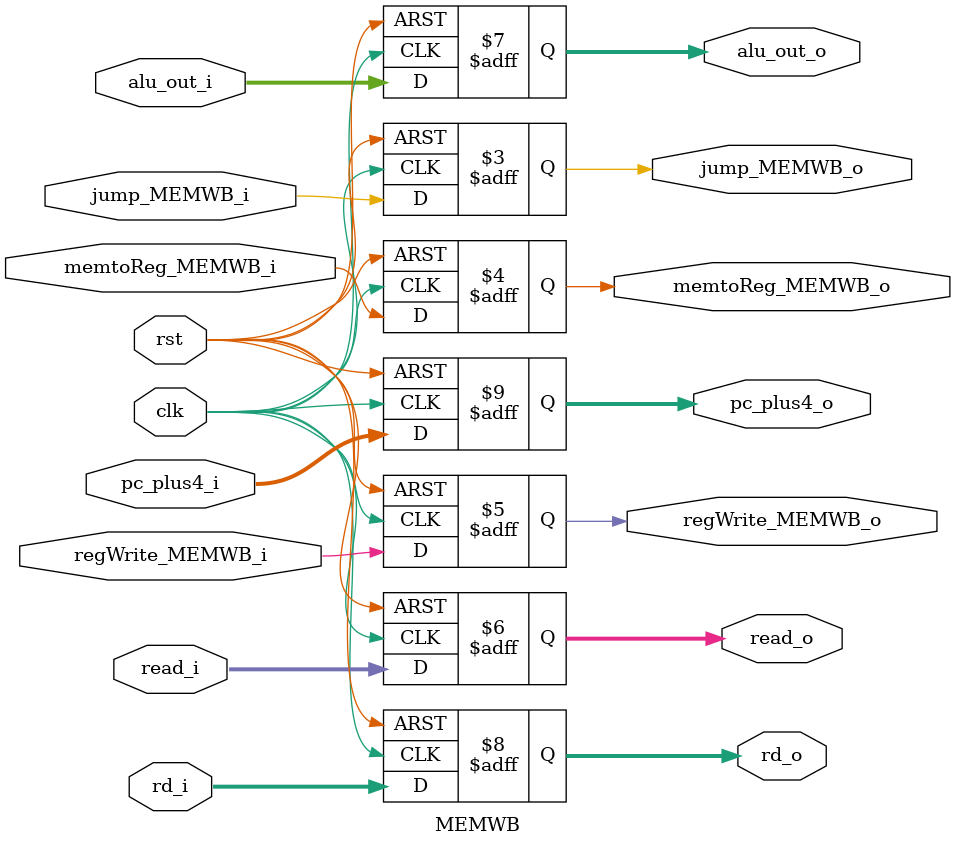
<source format=v>
module MEMWB (
    input clk,
    input rst,
    input jump_MEMWB_i,
    input memtoReg_MEMWB_i,
    input regWrite_MEMWB_i,
    input [31:0] read_i,
    input [31:0] alu_out_i,
    input [4:0] rd_i,
    input [31:0] pc_plus4_i,
    output reg jump_MEMWB_o,
    output reg memtoReg_MEMWB_o,
    output reg regWrite_MEMWB_o,
    output reg [31:0] read_o,
    output reg [31:0] alu_out_o,
    output reg [4:0] rd_o,
    output reg [31:0] pc_plus4_o
);

    always @(posedge clk, negedge rst) begin
        if(!rst) begin
            jump_MEMWB_o <= 0;
            memtoReg_MEMWB_o <= 0;
            regWrite_MEMWB_o <= 0;
            read_o <= 0;
            alu_out_o <= 0;
            rd_o <= 0;
            pc_plus4_o <= 0;
        end 
        else begin
            jump_MEMWB_o <= jump_MEMWB_i;
            memtoReg_MEMWB_o <= memtoReg_MEMWB_i;
            regWrite_MEMWB_o <= regWrite_MEMWB_i;
            read_o <= read_i;
            alu_out_o <= alu_out_i;
            rd_o <= rd_i;
            pc_plus4_o <= pc_plus4_i;
        end
    end
endmodule

</source>
